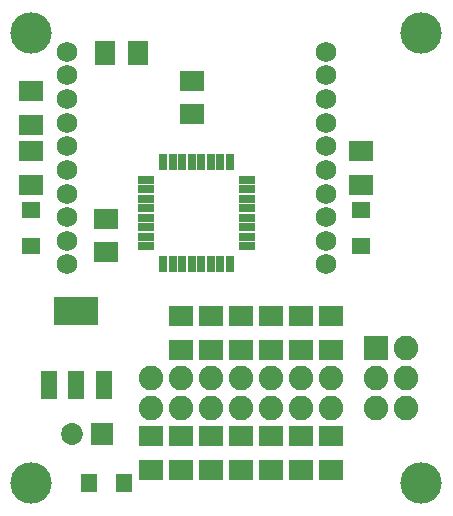
<source format=gts>
G75*
G70*
%OFA0B0*%
%FSLAX24Y24*%
%IPPOS*%
%LPD*%
%AMOC8*
5,1,8,0,0,1.08239X$1,22.5*
%
%ADD10C,0.0680*%
%ADD11R,0.0820X0.0820*%
%ADD12C,0.0820*%
%ADD13R,0.0789X0.0710*%
%ADD14R,0.0580X0.0300*%
%ADD15R,0.0300X0.0580*%
%ADD16R,0.0710X0.0789*%
%ADD17R,0.0730X0.0730*%
%ADD18C,0.0730*%
%ADD19R,0.0631X0.0552*%
%ADD20R,0.0552X0.0631*%
%ADD21C,0.1380*%
%ADD22R,0.0560X0.0960*%
%ADD23R,0.1497X0.0946*%
D10*
X002401Y008519D03*
X002401Y009307D03*
X002401Y010094D03*
X002401Y010881D03*
X002401Y011669D03*
X002401Y012456D03*
X002401Y013244D03*
X002401Y014031D03*
X002401Y014818D03*
X002401Y015606D03*
X011063Y015606D03*
X011063Y014818D03*
X011063Y014031D03*
X011063Y013244D03*
X011063Y012456D03*
X011063Y011669D03*
X011063Y010881D03*
X011063Y010094D03*
X011063Y009307D03*
X011063Y008519D03*
D11*
X012732Y005732D03*
D12*
X012732Y004732D03*
X012732Y003732D03*
X013732Y003732D03*
X013732Y004732D03*
X013732Y005732D03*
X011232Y004732D03*
X011232Y003732D03*
X010232Y003732D03*
X010232Y004732D03*
X009232Y004732D03*
X009232Y003732D03*
X008232Y003732D03*
X008232Y004732D03*
X007232Y004732D03*
X007232Y003732D03*
X006232Y003732D03*
X006232Y004732D03*
X005232Y004732D03*
X005232Y003732D03*
D13*
X005232Y002783D03*
X005232Y001681D03*
X006232Y001681D03*
X007232Y001681D03*
X007232Y002783D03*
X006232Y002783D03*
X008232Y002783D03*
X009232Y002783D03*
X010232Y002783D03*
X010232Y001681D03*
X009232Y001681D03*
X008232Y001681D03*
X011232Y001681D03*
X011232Y002783D03*
X011232Y005681D03*
X011232Y006783D03*
X010232Y006783D03*
X009232Y006783D03*
X008232Y006783D03*
X008232Y005681D03*
X009232Y005681D03*
X010232Y005681D03*
X007232Y005681D03*
X006232Y005681D03*
X006232Y006783D03*
X007232Y006783D03*
X003732Y008931D03*
X003732Y010033D03*
X001232Y011181D03*
X001232Y012283D03*
X001232Y013181D03*
X001232Y014283D03*
X006582Y014633D03*
X006582Y013531D03*
X012232Y012283D03*
X012232Y011181D03*
D14*
X008422Y011334D03*
X008422Y011019D03*
X008422Y010704D03*
X008422Y010389D03*
X008422Y010074D03*
X008422Y009759D03*
X008422Y009444D03*
X008422Y009129D03*
X005042Y009129D03*
X005042Y009444D03*
X005042Y009759D03*
X005042Y010074D03*
X005042Y010389D03*
X005042Y010704D03*
X005042Y011019D03*
X005042Y011334D03*
D15*
X005629Y011922D03*
X005944Y011922D03*
X006259Y011922D03*
X006574Y011922D03*
X006889Y011922D03*
X007204Y011922D03*
X007519Y011922D03*
X007834Y011922D03*
X007834Y008542D03*
X007519Y008542D03*
X007204Y008542D03*
X006889Y008542D03*
X006574Y008542D03*
X006259Y008542D03*
X005944Y008542D03*
X005629Y008542D03*
D16*
X004783Y015582D03*
X003681Y015582D03*
D17*
X003582Y002882D03*
D18*
X002582Y002882D03*
D19*
X001232Y009141D03*
X001232Y010322D03*
X012232Y010322D03*
X012232Y009141D03*
D20*
X004322Y001232D03*
X003141Y001232D03*
D21*
X001232Y001232D03*
X001232Y016232D03*
X014232Y016232D03*
X014232Y001232D03*
D22*
X003642Y004512D03*
X002732Y004512D03*
X001822Y004512D03*
D23*
X002732Y006952D03*
M02*

</source>
